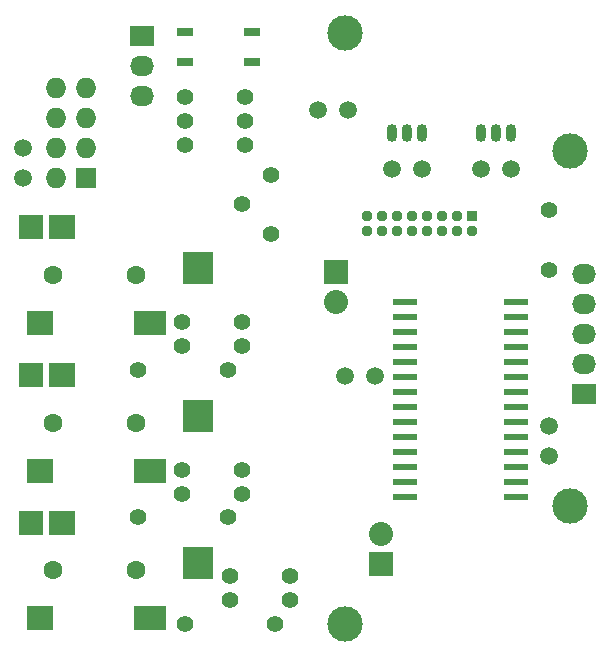
<source format=gts>
%TF.GenerationSoftware,KiCad,Pcbnew,(2015-06-24 BZR 5814, Git a8bffb8)-product*%
%TF.CreationDate,2015-07-05T17:44:44-06:00*%
%TF.JobID,Power Monitor,506F776572204D6F6E69746F722E6B69,rev?*%
%TF.FileFunction,Soldermask,Top*%
%FSLAX46Y46*%
G04 Gerber Fmt 4.6, Leading zero omitted, Abs format (unit mm)*
G04 Created by KiCad (PCBNEW (2015-06-24 BZR 5814, Git a8bffb8)-product) date 7/5/2015 5:44:44 PM*
%MOMM*%
G01*
G04 APERTURE LIST*
%ADD10C,0.100000*%
%ADD11C,3.000000*%
%ADD12R,1.727200X1.727200*%
%ADD13O,1.727200X1.727200*%
%ADD14R,1.400000X0.800000*%
%ADD15R,0.939800X0.939800*%
%ADD16C,0.939800*%
%ADD17C,1.397000*%
%ADD18C,1.600000*%
%ADD19R,2.200000X2.100000*%
%ADD20R,2.700000X2.100000*%
%ADD21R,2.000000X2.100000*%
%ADD22R,2.600000X2.700000*%
%ADD23C,1.501140*%
%ADD24R,2.032000X1.727200*%
%ADD25O,2.032000X1.727200*%
%ADD26O,0.899160X1.501140*%
%ADD27R,2.032000X2.032000*%
%ADD28O,2.032000X2.032000*%
%ADD29R,2.000000X0.600000*%
G04 APERTURE END LIST*
D10*
D11*
X143750000Y-62500000D03*
X143750000Y-112500000D03*
X162750000Y-102500000D03*
D12*
X121770000Y-74810000D03*
D13*
X119230000Y-74810000D03*
X121770000Y-72270000D03*
X119230000Y-72270000D03*
X121770000Y-69730000D03*
X119230000Y-69730000D03*
X121770000Y-67190000D03*
X119230000Y-67190000D03*
D14*
X130150000Y-64970000D03*
X135850000Y-64970000D03*
X135850000Y-62430000D03*
X130150000Y-62430000D03*
D15*
X154500000Y-78000000D03*
D16*
X154500000Y-79270000D03*
X153230000Y-78000000D03*
X153230000Y-79270000D03*
X151960000Y-78000000D03*
X151960000Y-79270000D03*
X150690000Y-78000000D03*
X150690000Y-79270000D03*
X149420000Y-78000000D03*
X149420000Y-79270000D03*
X148150000Y-78000000D03*
X148150000Y-79270000D03*
X146880000Y-78000000D03*
X146880000Y-79270000D03*
X145610000Y-78000000D03*
X145610000Y-79270000D03*
D17*
X137500000Y-79500000D03*
X135000000Y-77000000D03*
X137500000Y-74500000D03*
D18*
X126000000Y-108000000D03*
D19*
X117900000Y-112050000D03*
X119800000Y-103950000D03*
D20*
X127200000Y-112050000D03*
D21*
X117100000Y-103950000D03*
D22*
X131300000Y-107400000D03*
D18*
X119000000Y-108000000D03*
X126000000Y-95500000D03*
D19*
X117900000Y-99550000D03*
X119800000Y-91450000D03*
D20*
X127200000Y-99550000D03*
D21*
X117100000Y-91450000D03*
D22*
X131300000Y-94900000D03*
D18*
X119000000Y-95500000D03*
X126000000Y-83000000D03*
D19*
X117900000Y-87050000D03*
X119800000Y-78950000D03*
D20*
X127200000Y-87050000D03*
D21*
X117100000Y-78950000D03*
D22*
X131300000Y-82400000D03*
D18*
X119000000Y-83000000D03*
D17*
X161000000Y-77460000D03*
X161000000Y-82540000D03*
X135290000Y-67950000D03*
X130210000Y-67950000D03*
X135290000Y-69950000D03*
X130210000Y-69950000D03*
X133960000Y-110500000D03*
X139040000Y-110500000D03*
X133960000Y-108500000D03*
X139040000Y-108500000D03*
X129960000Y-101500000D03*
X135040000Y-101500000D03*
X129960000Y-99500000D03*
X135040000Y-99500000D03*
X129960000Y-89000000D03*
X135040000Y-89000000D03*
X129960000Y-87000000D03*
X135040000Y-87000000D03*
X135290000Y-71950000D03*
X130210000Y-71950000D03*
X137810000Y-112500000D03*
X130190000Y-112500000D03*
X133810000Y-103500000D03*
X126190000Y-103500000D03*
X133810000Y-91000000D03*
X126190000Y-91000000D03*
D23*
X141460000Y-69000000D03*
X144000000Y-69000000D03*
D24*
X126500000Y-62760000D03*
D25*
X126500000Y-65300000D03*
X126500000Y-67840000D03*
D23*
X146270000Y-91500000D03*
X143730000Y-91500000D03*
X157770000Y-74000000D03*
X155230000Y-74000000D03*
X150270000Y-74000000D03*
X147730000Y-74000000D03*
X161000000Y-95730000D03*
X161000000Y-98270000D03*
X116500000Y-74770000D03*
X116500000Y-72230000D03*
D26*
X156500000Y-71000000D03*
X157770000Y-71000000D03*
X155230000Y-71000000D03*
X149000000Y-71000000D03*
X150270000Y-71000000D03*
X147730000Y-71000000D03*
D27*
X143000000Y-82730000D03*
D28*
X143000000Y-85270000D03*
D27*
X146812000Y-107442000D03*
D28*
X146812000Y-104902000D03*
D29*
X148800000Y-85245000D03*
X148800000Y-86515000D03*
X148800000Y-87785000D03*
X148800000Y-89055000D03*
X148800000Y-90325000D03*
X148800000Y-91595000D03*
X148800000Y-92865000D03*
X148800000Y-94135000D03*
X148800000Y-95405000D03*
X148800000Y-96675000D03*
X148800000Y-97945000D03*
X148800000Y-99215000D03*
X148800000Y-100485000D03*
X148800000Y-101755000D03*
X158200000Y-101755000D03*
X158200000Y-100485000D03*
X158200000Y-99215000D03*
X158200000Y-97945000D03*
X158200000Y-96675000D03*
X158200000Y-95405000D03*
X158200000Y-94135000D03*
X158200000Y-92865000D03*
X158200000Y-91595000D03*
X158200000Y-90325000D03*
X158200000Y-89055000D03*
X158200000Y-87785000D03*
X158200000Y-86515000D03*
X158200000Y-85245000D03*
D24*
X164000000Y-93080000D03*
D25*
X164000000Y-90540000D03*
X164000000Y-88000000D03*
X164000000Y-85460000D03*
X164000000Y-82920000D03*
D11*
X162750000Y-72500000D03*
M02*

</source>
